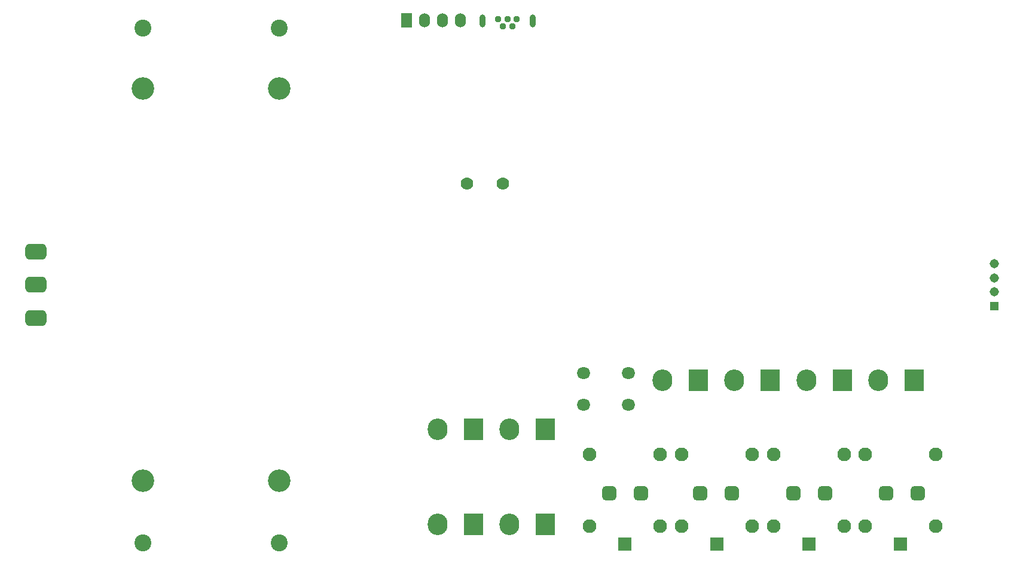
<source format=gbr>
%TF.GenerationSoftware,Altium Limited,Altium Designer,21.3.2 (30)*%
G04 Layer_Color=255*
%FSLAX26Y26*%
%MOIN*%
%TF.SameCoordinates,FFAA3912-E1DC-4B59-95C2-56FC1F4E7B50*%
%TF.FilePolarity,Positive*%
%TF.FileFunction,Pads,Bot*%
%TF.Part,Single*%
G01*
G75*
%TA.AperFunction,SMDPad,CuDef*%
G04:AMPARAMS|DCode=22|XSize=78.74mil|YSize=78.74mil|CornerRadius=19.685mil|HoleSize=0mil|Usage=FLASHONLY|Rotation=270.000|XOffset=0mil|YOffset=0mil|HoleType=Round|Shape=RoundedRectangle|*
%AMROUNDEDRECTD22*
21,1,0.078740,0.039370,0,0,270.0*
21,1,0.039370,0.078740,0,0,270.0*
1,1,0.039370,-0.019685,-0.019685*
1,1,0.039370,-0.019685,0.019685*
1,1,0.039370,0.019685,0.019685*
1,1,0.039370,0.019685,-0.019685*
%
%ADD22ROUNDEDRECTD22*%
%TA.AperFunction,ComponentPad*%
G04:AMPARAMS|DCode=47|XSize=86.614mil|YSize=118.11mil|CornerRadius=21.654mil|HoleSize=0mil|Usage=FLASHONLY|Rotation=270.000|XOffset=0mil|YOffset=0mil|HoleType=Round|Shape=RoundedRectangle|*
%AMROUNDEDRECTD47*
21,1,0.086614,0.074803,0,0,270.0*
21,1,0.043307,0.118110,0,0,270.0*
1,1,0.043307,-0.037401,-0.021654*
1,1,0.043307,-0.037401,0.021654*
1,1,0.043307,0.037401,0.021654*
1,1,0.043307,0.037401,-0.021654*
%
%ADD47ROUNDEDRECTD47*%
%ADD48C,0.125984*%
%ADD49C,0.094488*%
%ADD50R,0.110000X0.120000*%
%ADD51O,0.110000X0.120000*%
%ADD52C,0.076772*%
%ADD53R,0.076772X0.076772*%
%ADD56O,0.035748X0.071496*%
%ADD57C,0.037717*%
%ADD58O,0.075000X0.065000*%
%ADD59R,0.051496X0.051496*%
%ADD60C,0.051496*%
%ADD63R,0.060000X0.080000*%
%ADD64O,0.060000X0.080000*%
%ADD65C,0.070000*%
D22*
X3389417Y541000D02*
D03*
X3566583D02*
D03*
X4933417D02*
D03*
X5110583D02*
D03*
X4415417D02*
D03*
X4592583D02*
D03*
X3895084D02*
D03*
X4072249D02*
D03*
D47*
X192000Y1518769D02*
D03*
Y1703808D02*
D03*
Y1888848D02*
D03*
D48*
X791157Y2798690D02*
D03*
X1551000D02*
D03*
X791157Y608926D02*
D03*
X1551000D02*
D03*
D49*
Y262863D02*
D03*
Y3132942D02*
D03*
X791157D02*
D03*
Y262863D02*
D03*
D50*
X3032000Y896000D02*
D03*
X2632000D02*
D03*
X3032000Y367000D02*
D03*
X2632000D02*
D03*
X5089000Y1171000D02*
D03*
X4688500D02*
D03*
X4288000D02*
D03*
X3887500D02*
D03*
D51*
X2832000Y896000D02*
D03*
X2432000D02*
D03*
X2832000Y367000D02*
D03*
X2432000D02*
D03*
X4889000Y1171000D02*
D03*
X4488500D02*
D03*
X4088000D02*
D03*
X3687500D02*
D03*
D52*
X5209850Y757158D02*
D03*
X4816150D02*
D03*
Y355583D02*
D03*
X5209850D02*
D03*
X4700850Y757158D02*
D03*
X4307150D02*
D03*
Y355583D02*
D03*
X4700850D02*
D03*
X4185850Y757158D02*
D03*
X3792150D02*
D03*
Y355583D02*
D03*
X4185850D02*
D03*
X3674850Y757158D02*
D03*
X3281150D02*
D03*
Y355583D02*
D03*
X3674850D02*
D03*
D53*
X5013000Y257158D02*
D03*
X4504000D02*
D03*
X3989000D02*
D03*
X3478000D02*
D03*
D56*
X2963496Y3175000D02*
D03*
X2682000D02*
D03*
D57*
X2873929Y3183661D02*
D03*
X2848339Y3144291D02*
D03*
X2822748Y3183661D02*
D03*
X2797157Y3144291D02*
D03*
X2771567Y3183661D02*
D03*
D58*
X3246000Y1211000D02*
D03*
X3247000Y1033000D02*
D03*
X3497000Y1034000D02*
D03*
X3496000Y1211000D02*
D03*
D59*
X5537000Y1584520D02*
D03*
D60*
Y1663260D02*
D03*
Y1742000D02*
D03*
Y1820740D02*
D03*
D63*
X2260000Y3177000D02*
D03*
D64*
X2360000D02*
D03*
X2460000D02*
D03*
X2560000D02*
D03*
D65*
X2796000Y2266000D02*
D03*
X2596000D02*
D03*
%TF.MD5,bef8708e850dfd1aaf635cac76282156*%
M02*

</source>
